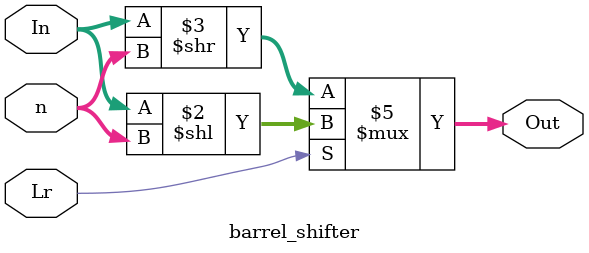
<source format=v>
module barrel_shifter(Out,In,Lr,n);
    input [7:0]In;
    input [2:0]n;
    input Lr;
    output reg [7:0]Out;

    always @(*) begin
        if(Lr)
            Out = In << n;
        else
            Out = In >> n; 
    end
endmodule

</source>
